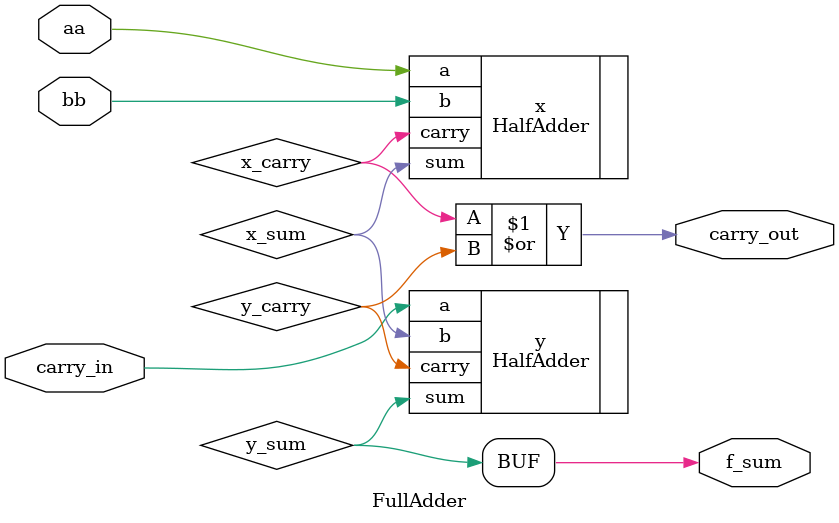
<source format=v>

module FullAdder(input aa, bb, carry_in, output carry_out, f_sum);
	wire x_sum, x_carry, y_sum, y_carry;
	HalfAdder x(.a(aa), .b(bb), .carry(x_carry), .sum(x_sum));
	HalfAdder y(.a(carry_in), .b(x_sum), .carry(y_carry), .sum(y_sum));
	assign carry_out = x_carry | y_carry;
	assign f_sum = y_sum;
endmodule
</source>
